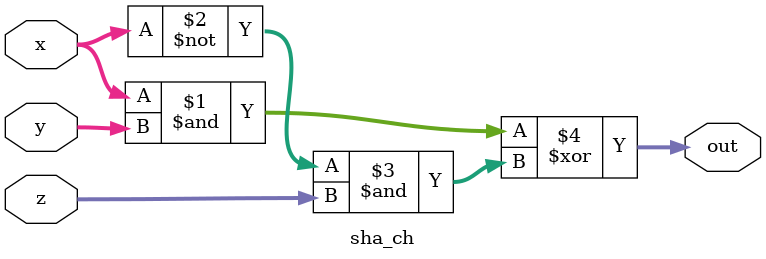
<source format=sv>
module sha_ch(input logic[31:0] x,
input logic[31:0] y,
input logic[31:0] z,
output logic[31:0] out);

assign out=(x & y) ^ (~x & z);

endmodule :sha_ch

</source>
